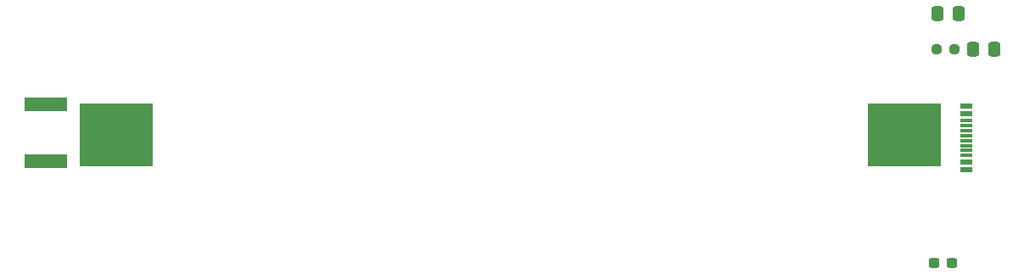
<source format=gbr>
%TF.GenerationSoftware,KiCad,Pcbnew,6.0.11+dfsg-1*%
%TF.CreationDate,2025-12-30T10:17:33+02:00*%
%TF.ProjectId,esp32_loraprs_c3,65737033-325f-46c6-9f72-617072735f63,rev?*%
%TF.SameCoordinates,Original*%
%TF.FileFunction,Paste,Bot*%
%TF.FilePolarity,Positive*%
%FSLAX46Y46*%
G04 Gerber Fmt 4.6, Leading zero omitted, Abs format (unit mm)*
G04 Created by KiCad (PCBNEW 6.0.11+dfsg-1) date 2025-12-30 10:17:33*
%MOMM*%
%LPD*%
G01*
G04 APERTURE LIST*
G04 Aperture macros list*
%AMRoundRect*
0 Rectangle with rounded corners*
0 $1 Rounding radius*
0 $2 $3 $4 $5 $6 $7 $8 $9 X,Y pos of 4 corners*
0 Add a 4 corners polygon primitive as box body*
4,1,4,$2,$3,$4,$5,$6,$7,$8,$9,$2,$3,0*
0 Add four circle primitives for the rounded corners*
1,1,$1+$1,$2,$3*
1,1,$1+$1,$4,$5*
1,1,$1+$1,$6,$7*
1,1,$1+$1,$8,$9*
0 Add four rect primitives between the rounded corners*
20,1,$1+$1,$2,$3,$4,$5,0*
20,1,$1+$1,$4,$5,$6,$7,0*
20,1,$1+$1,$6,$7,$8,$9,0*
20,1,$1+$1,$8,$9,$2,$3,0*%
G04 Aperture macros list end*
%ADD10R,4.200000X1.350000*%
%ADD11RoundRect,0.250000X-0.337500X-0.475000X0.337500X-0.475000X0.337500X0.475000X-0.337500X0.475000X0*%
%ADD12R,1.240000X0.600000*%
%ADD13R,1.240000X0.300000*%
%ADD14RoundRect,0.237500X-0.250000X-0.237500X0.250000X-0.237500X0.250000X0.237500X-0.250000X0.237500X0*%
%ADD15R,7.340000X6.350000*%
%ADD16RoundRect,0.237500X-0.300000X-0.237500X0.300000X-0.237500X0.300000X0.237500X-0.300000X0.237500X0*%
G04 APERTURE END LIST*
D10*
%TO.C,J1*%
X66892500Y-67025000D03*
X66892500Y-72675000D03*
%TD*%
D11*
%TO.C,C10*%
X155934500Y-57912000D03*
X158009500Y-57912000D03*
%TD*%
%TO.C,C4*%
X159490500Y-61468000D03*
X161565500Y-61468000D03*
%TD*%
D12*
%TO.C,J2*%
X158835000Y-67158000D03*
X158835000Y-67958000D03*
D13*
X158835000Y-69108000D03*
X158835000Y-70108000D03*
X158835000Y-70608000D03*
X158835000Y-71608000D03*
D12*
X158835000Y-72758000D03*
X158835000Y-73558000D03*
X158835000Y-73558000D03*
X158835000Y-72758000D03*
D13*
X158835000Y-72108000D03*
X158835000Y-71108000D03*
X158835000Y-69608000D03*
X158835000Y-68608000D03*
D12*
X158835000Y-67958000D03*
X158835000Y-67158000D03*
%TD*%
D14*
%TO.C,R6*%
X155805500Y-61468000D03*
X157630500Y-61468000D03*
%TD*%
D15*
%TO.C,BT1*%
X152614000Y-70061000D03*
X73954000Y-70061000D03*
%TD*%
D16*
%TO.C,C1*%
X155601500Y-82804000D03*
X157326500Y-82804000D03*
%TD*%
M02*

</source>
